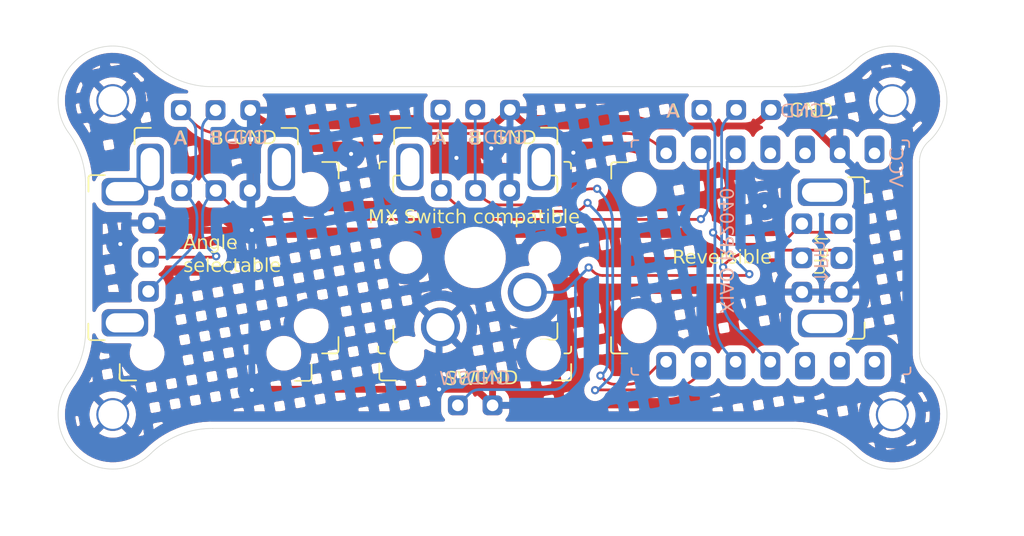
<source format=kicad_pcb>
(kicad_pcb (version 20240108) (generator "pcbnew") (generator_version "8.0")
  (layers (0 "F.Cu" signal) (31 "B.Cu" signal) (34 "B.Paste" user) (35 "F.Paste" user) (36 "B.SilkS" user "B.Silkscreen") (37 "F.SilkS" user "F.Silkscreen") (38 "B.Mask" user) (39 "F.Mask" user) (44 "Edge.Cuts" user))
  (net 0 "")
  (net 1 "gnd")
  (net 2 "sw")
  (net 4 "r3a")
  (net 6 "r3b")
  (net 7 "r1b")
  (net 8 "r4a")
  (net 10 "r4b")
  (net 11 "r1a")
  (net 15 "q")
  (footprint "kbd_th:Hole_1x03" (layer "F.Cu") (at 47.47 39.22 90)
    (property "Reference" "REF**" (hide yes))
    (property "Value" "Hole_1x03" (hide yes))
    (pad "1" thru_hole roundrect (at 0 0 90) (size 1.45 1.45) (drill 0.85) (layers "*.Cu" "*.Mask") (net 11 "r1a"))
    (pad "2" thru_hole roundrect (at 0 2.54 90) (size 1.45 1.45) (drill 0.85) (layers "*.Cu" "*.Mask") (net 7 "r1b"))
    (pad "3" thru_hole roundrect (at 0 5.08 90) (size 1.45 1.45) (drill 0.85) (layers "*.Cu" "*.Mask") (net 1 "gnd"))
  )
  (footprint "clipboard:fdfcdef7-f158-4510-8170-7b5b668260dd" (layer "F.Cu") (at 59 55.81 90)
    (property "Reference" "" (at 0 0 90) (layer "F.SilkS") (effects (font (size 1.27 1.27))))
    (property "Value" "")
    (fp_line (start -1.2 -0.2) (end -1.2 -1.2) (stroke (width 0.127)) (layer "F.SilkS"))
    (fp_line (start 0 0) (end -1 0) (stroke (width 0.127)) (layer "F.SilkS"))
    (fp_arc (start -1 0) (mid -1.141422 -0.058578) (end -1.2 -0.2) (stroke (width 0.127)) (layer "F.SilkS"))
  )
  (footprint "clipboard:fdfcdef7-f158-4510-8170-7b5b668260dd" (layer "F.Cu") (at 96.29325 44.12325 180)
    (property "Reference" "" (at 0 0 360) (layer "F.SilkS") (effects (font (size 1.27 1.27))))
    (property "Value" "")
    (fp_line (start 0 0) (end -1 0) (stroke (width 0.127)) (layer "F.SilkS"))
    (fp_line (start -1.2 -0.2) (end -1.2 -1.2) (stroke (width 0.127)) (layer "F.SilkS"))
    (fp_arc (start -1 0) (mid -1.141422 -0.058578) (end -1.2 -0.2) (stroke (width 0.127)) (layer "F.SilkS"))
  )
  (footprint "THQWGD001:THQWGD001_Reversible" (layer "F.Cu") (at 88 50 180)
    (property "Reference" "RE4" (hide yes))
    (property "Value" "Input_Rotary_Encoder" (hide yes))
    (fp_text user "↑Pin" (at -5.63 -2.0062 -90) (layer "B.SilkS") (effects (font (thickness 0.1)) (justify left bottom mirror)))
    (fp_text user "↓Pin" (at -5.63 1.9562 -90) (layer "F.SilkS") (effects (font (thickness 0.1)) (justify left bottom)))
    (pad "" np_thru_hole circle (at 7 -5 180) (size 2.05 2.05) (drill 2.05) (layers "F&B.Cu" "*.Mask"))
    (pad "" np_thru_hole circle (at 7 5 180) (size 2.05 2.05) (drill 2.05) (layers "F&B.Cu" "*.Mask"))
    (pad "A" thru_hole roundrect (at -7.8 2.475 270) (size 1.5 1.6) (drill 0.9) (layers "*.Cu" "F.Mask") (net 8 "r4a"))
    (pad "A" thru_hole roundrect (at -4.9 2.475 270) (size 1.5 1.5) (drill 0.9) (layers "*.Cu" "B.Mask") (net 8 "r4a"))
    (pad "B" thru_hole roundrect (at -7.8 -0.025 270) (size 1.6 1.6) (drill 0.9) (layers "*.Cu" "F.Mask") (net 10 "r4b"))
    (pad "B" thru_hole roundrect (at -4.9 -0.025 270) (size 1.5 1.5) (drill 0.9) (layers "*.Cu" "B.Mask") (net 10 "r4b"))
    (pad "C" thru_hole roundrect (at -7.8 -2.525 270) (size 1.5 1.6) (drill 0.9) (layers "*.Cu" "F.Mask") (net 1 "gnd"))
    (pad "C" thru_hole roundrect (at -4.9 -2.525 270) (size 1.5 1.5) (drill 0.9) (layers "*.Cu" "B.Mask") (net 1 "gnd"))
    (pad "MP" thru_hole roundrect (at -6.4 -4.825) (size 3.6 2) (drill oval 3 1.4) (layers "*.Cu" "*.Mask"))
    (pad "MP" thru_hole roundrect (at -6.4 4.775 180) (size 3.6 2) (drill oval 3 1.4) (layers "*.Cu" "*.Mask"))
  )
  (footprint "clipboard:fdfcdef7-f158-4510-8170-7b5b668260dd" (layer "F.Cu") (at 57.03 57.82 90)
    (property "Reference" "" (at 0 0 90) (layer "F.SilkS") (effects (font (size 1.27 1.27))))
    (property "Value" "")
    (fp_line (start -1.2 -0.2) (end -1.2 -1.2) (stroke (width 0.127)) (layer "F.SilkS"))
    (fp_line (start 0 0) (end -1 0) (stroke (width 0.127)) (layer "F.SilkS"))
    (fp_arc (start -1 0) (mid -1.141422 -0.058578) (end -1.2 -0.2) (stroke (width 0.127)) (layer "F.SilkS"))
  )
  (footprint "clipboard:0247dac8-60ed-4c0d-a7b4-59756d44354d" (layer "F.Cu") (at 75.95 43.06 -90)
    (property "Reference" "" (at 0 0 90) (layer "F.SilkS") (effects (font (size 1.27 1.27))))
    (property "Value" "")
    (fp_line (start -0.061378 0.141422) (end -0.061378 0.438622) (stroke (width 0.127)) (layer "F.SilkS"))
    (fp_line (start 0.141422 -0.058578) (end 0.438622 -0.058578) (stroke (width 0.127)) (layer "F.SilkS"))
    (fp_arc (start -0.058578 0.141422) (mid 0 0) (end 0.141422 -0.058578) (stroke (width 0.127)) (layer "F.SilkS"))
  )
  (footprint "clipboard:fdfcdef7-f158-4510-8170-7b5b668260dd" (layer "F.Cu") (at 44.08 41.71 -90)
    (property "Reference" "" (at 0 0 90) (layer "F.SilkS") (effects (font (size 1.27 1.27))))
    (property "Value" "")
    (fp_line (start 0 0) (end -1 0) (stroke (width 0.127)) (layer "F.SilkS"))
    (fp_line (start -1.2 -0.2) (end -1.2 -1.2) (stroke (width 0.127)) (layer "F.SilkS"))
    (fp_arc (start -1 0) (mid -1.141422 -0.058578) (end -1.2 -0.2) (stroke (width 0.127)) (layer "F.SilkS"))
  )
  (footprint "clipboard:fdfcdef7-f158-4510-8170-7b5b668260dd" (layer "F.Cu") (at 54.83 40.52 180)
    (property "Reference" "" (at 0 0 360) (layer "F.SilkS") (effects (font (size 1.27 1.27))))
    (property "Value" "")
    (fp_line (start 0 0) (end -1 0) (stroke (width 0.127)) (layer "F.SilkS"))
    (fp_line (start -1.2 -0.2) (end -1.2 -1.2) (stroke (width 0.127)) (layer "F.SilkS"))
    (fp_arc (start -1 0) (mid -1.141422 -0.058578) (end -1.2 -0.2) (stroke (width 0.127)) (layer "F.SilkS"))
  )
  (footprint "kbd_th:Hole_2mm_M2_PTH" (layer "F.Cu") (at 99.51 61.5)
    (property "Reference" "REF**" (hide yes))
    (property "Value" "Hole_2mm_M2_PTH")
    (pad "1" thru_hole circle (at 0 0) (size 2.4 2.4) (drill 2.1) (layers "*.Cu" "*.Mask") (net 1 "gnd"))
  )
  (footprint "clipboard:fdfcdef7-f158-4510-8170-7b5b668260dd" (layer "F.Cu") (at 80.13675 57.01675)
    (property "Reference" "" (at 0 0 0) (layer "F.SilkS") (effects (font (size 1.27 1.27))))
    (property "Value" "")
    (fp_line (start -1.2 -0.2) (end -1.2 -1.2) (stroke (width 0.127)) (layer "F.SilkS"))
    (fp_line (start 0 0) (end -1 0) (stroke (width 0.127)) (layer "F.SilkS"))
    (fp_arc (start -1 0) (mid -1.141422 -0.058578) (end -1.2 -0.2) (stroke (width 0.127)) (layer "F.SilkS"))
  )
  (footprint "clipboard:0247dac8-60ed-4c0d-a7b4-59756d44354d" (layer "F.Cu") (at 61.97 56.95 90)
    (property "Reference" "" (at 0 0 90) (layer "F.SilkS") (effects (font (size 1.27 1.27))))
    (property "Value" "")
    (fp_line (start 0.141422 -0.058578) (end 0.438622 -0.058578) (stroke (width 0.127)) (layer "F.SilkS"))
    (fp_line (start -0.061378 0.141422) (end -0.061378 0.438622) (stroke (width 0.127)) (layer "F.SilkS"))
    (fp_arc (start -0.058578 0.141422) (mid 0 0) (end 0.141422 -0.058578) (stroke (width 0.127)) (layer "F.SilkS"))
  )
  (footprint "clipboard:fdfcdef7-f158-4510-8170-7b5b668260dd" (layer "F.Cu") (at 73.81325 40.50325 180)
    (property "Reference" "" (at 0 0 360) (layer "F.SilkS") (effects (font (size 1.27 1.27))))
    (property "Value" "")
    (fp_line (start 0 0) (end -1 0) (stroke (width 0.127)) (layer "F.SilkS"))
    (fp_line (start -1.2 -0.2) (end -1.2 -1.2) (stroke (width 0.127)) (layer "F.SilkS"))
    (fp_arc (start -1 0) (mid -1.141422 -0.058578) (end -1.2 -0.2) (stroke (width 0.127)) (layer "F.SilkS"))
  )
  (footprint "clipboard:fdfcdef7-f158-4510-8170-7b5b668260dd" (layer "F.Cu") (at 57.81 43.01 180)
    (property "Reference" "" (at 0 0 360) (layer "F.SilkS") (effects (font (size 1.27 1.27))))
    (property "Value" "")
    (fp_line (start 0 0) (end -1 0) (stroke (width 0.127)) (layer "F.SilkS"))
    (fp_line (start -1.2 -0.2) (end -1.2 -1.2) (stroke (width 0.127)) (layer "F.SilkS"))
    (fp_arc (start -1 0) (mid -1.141422 -0.058578) (end -1.2 -0.2) (stroke (width 0.127)) (layer "F.SilkS"))
  )
  (footprint "kbd_th:Hole_1x03" (layer "F.Cu") (at 66.46 39.19 90)
    (property "Reference" "REF**" (hide yes))
    (property "Value" "Hole_1x03" (hide yes))
    (pad "1" thru_hole roundrect (at 0 0 90) (size 1.45 1.45) (drill 0.85) (layers "*.Cu" "*.Mask") (net 4 "r3a"))
    (pad "2" thru_hole roundrect (at 0 2.54 90) (size 1.45 1.45) (drill 0.85) (layers "*.Cu" "*.Mask") (net 6 "r3b"))
    (pad "3" thru_hole roundrect (at 0 5.08 90) (size 1.45 1.45) (drill 0.85) (layers "*.Cu" "*.Mask") (net 1 "gnd"))
  )
  (footprint "kbd_th:Hole_2mm_M2_PTH" (layer "F.Cu") (at 99.51 38.52)
    (property "Reference" "REF**" (hide yes))
    (property "Value" "Hole_2mm_M2_PTH")
    (pad "1" thru_hole circle (at 0 0) (size 2.4 2.4) (drill 2.1) (layers "*.Cu" "*.Mask") (net 1 "gnd"))
  )
  (footprint "THQWGD001:THQWGD001" (layer "F.Cu") (at 50 50 -90)
    (property "Reference" "RE2" (hide yes))
    (property "Value" "Input_Rotary_Encoder" (hide yes))
    (pad "" np_thru_hole circle (at 7 -5 270) (size 2.05 2.05) (drill 2.05) (layers "F&B.Cu" "*.Mask"))
    (pad "" np_thru_hole circle (at 7 5 270) (size 2.05 2.05) (drill 2.05) (layers "F&B.Cu" "*.Mask"))
    (pad "A" thru_hole roundrect (at -4.9 2.475) (size 1.5 1.5) (drill 0.9) (layers "*.Cu" "B.Mask") (net 11 "r1a"))
    (pad "B" thru_hole roundrect (at -4.9 -0.025) (size 1.5 1.5) (drill 0.9) (layers "*.Cu" "B.Mask") (net 7 "r1b"))
    (pad "C" thru_hole roundrect (at -4.9 -2.525) (size 1.5 1.5) (drill 0.9) (layers "*.Cu" "B.Mask") (net 1 "gnd"))
    (pad "MP" thru_hole roundrect (at -6.625 -4.825 90) (size 3.4 2) (drill oval 2.8 1.4) (layers "*.Cu" "B.Mask"))
    (pad "MP" thru_hole roundrect (at -6.625 4.775 270) (size 3.4 2) (drill oval 2.8 1.4) (layers "*.Cu" "B.Mask") (net 15 "q"))
  )
  (footprint "clipboard:0247dac8-60ed-4c0d-a7b4-59756d44354d" (layer "F.Cu") (at 62.06 43.05)
    (property "Reference" "" (at 0 0 360) (layer "F.SilkS") (effects (font (size 1.27 1.27))))
    (property "Value" "")
    (fp_line (start -0.061378 0.141422) (end -0.061378 0.438622) (stroke (width 0.127)) (layer "F.SilkS"))
    (fp_line (start 0.141422 -0.058578) (end 0.438622 -0.058578) (stroke (width 0.127)) (layer "F.SilkS"))
    (fp_arc (start -0.058578 0.141422) (mid 0 0) (end 0.141422 -0.058578) (stroke (width 0.127)) (layer "F.SilkS"))
  )
  (footprint "kbd_th:Hole_2mm_M2_PTH" (layer "F.Cu") (at 42.4871 38.5173)
    (property "Reference" "REF**" (hide yes))
    (property "Value" "Hole_2mm_M2_PTH")
    (pad "1" thru_hole circle (at 0 0) (size 2.4 2.4) (drill 2.1) (layers "*.Cu" "*.Mask") (net 1 "gnd"))
  )
  (footprint "THQWGD001:THQWGD001" (layer "F.Cu") (at 50 50)
    (property "Reference" "RE1" (hide yes))
    (property "Value" "Input_Rotary_Encoder" (hide yes))
    (pad "" np_thru_hole circle (at 7 -5) (size 2.05 2.05) (drill 2.05) (layers "F&B.Cu" "*.Mask"))
    (pad "" np_thru_hole circle (at 7 5) (size 2.05 2.05) (drill 2.05) (layers "F&B.Cu" "*.Mask"))
    (pad "A" thru_hole roundrect (at -4.9 2.475 90) (size 1.5 1.5) (drill 0.9) (layers "*.Cu" "B.Mask") (net 11 "r1a"))
    (pad "B" thru_hole roundrect (at -4.9 -0.025 90) (size 1.5 1.5) (drill 0.9) (layers "*.Cu" "B.Mask") (net 7 "r1b"))
    (pad "C" thru_hole roundrect (at -4.9 -2.525 90) (size 1.5 1.5) (drill 0.9) (layers "*.Cu" "B.Mask") (net 1 "gnd"))
    (pad "MP" thru_hole roundrect (at -6.625 -4.825 180) (size 3.4 2) (drill oval 2.8 1.4) (layers "*.Cu" "B.Mask") (net 15 "q"))
    (pad "MP" thru_hole roundrect (at -6.625 4.775) (size 3.4 2) (drill oval 2.8 1.4) (layers "*.Cu" "B.Mask"))
  )
  (footprint "kbd_th:Hole_2mm_M2_PTH" (layer "F.Cu") (at 42.487095 61.482673)
    (property "Reference" "REF**" (hide yes))
    (property "Value" "Hole_2mm_M2_PTH")
    (pad "1" thru_hole circle (at 0 0) (size 2.4 2.4) (drill 2.1) (layers "*.Cu" "*.Mask") (net 1 "gnd"))
  )
  (footprint "clipboard:fdfcdef7-f158-4510-8170-7b5b668260dd" (layer "F.Cu") (at 76.02 57.79 90)
    (property "Reference" "" (at 0 0 90) (layer "F.SilkS") (effects (font (size 1.27 1.27))))
    (property "Value" "")
    (fp_line (start -1.2 -0.2) (end -1.2 -1.2) (stroke (width 0.127)) (layer "F.SilkS"))
    (fp_line (start 0 0) (end -1 0) (stroke (width 0.127)) (layer "F.SilkS"))
    (fp_arc (start -1 0) (mid -1.141422 -0.058578) (end -1.2 -0.2) (stroke (width 0.127)) (layer "F.SilkS"))
  )
  (footprint "clipboard:fdfcdef7-f158-4510-8170-7b5b668260dd" (layer "F.Cu") (at 41.9 56.04)
    (property "Reference" "" (at 0 0 0) (layer "F.SilkS") (effects (font (size 1.27 1.27))))
    (property "Value" "")
    (fp_line (start -1.2 -0.2) (end -1.2 -1.2) (stroke (width 0.127)) (layer "F.SilkS"))
    (fp_line (start 0 0) (end -1 0) (stroke (width 0.127)) (layer "F.SilkS"))
    (fp_arc (start -1 0) (mid -1.141422 -0.058578) (end -1.2 -0.2) (stroke (width 0.127)) (layer "F.SilkS"))
  )
  (footprint "clipboard:0247dac8-60ed-4c0d-a7b4-59756d44354d" (layer "F.Cu") (at 43.04 58.95 90)
    (property "Reference" "" (at 0 0 90) (layer "F.SilkS") (effects (font (size 1.27 1.27))))
    (property "Value" "")
    (fp_line (start 0.141422 -0.058578) (end 0.438622 -0.058578) (stroke (width 0.127)) (layer "F.SilkS"))
    (fp_line (start -0.061378 0.141422) (end -0.061378 0.438622) (stroke (width 0.127)) (layer "F.SilkS"))
    (fp_arc (start -0.058578 0.141422) (mid 0 0) (end 0.141422 -0.058578) (stroke (width 0.127)) (layer "F.SilkS"))
  )
  (footprint "clipboard:fdfcdef7-f158-4510-8170-7b5b668260dd" (layer "F.Cu") (at 44.2 58.99)
    (property "Reference" "" (at 0 0 0) (layer "F.SilkS") (effects (font (size 1.27 1.27))))
    (property "Value" "")
    (fp_line (start -1.2 -0.2) (end -1.2 -1.2) (stroke (width 0.127)) (layer "F.SilkS"))
    (fp_line (start 0 0) (end -1 0) (stroke (width 0.127)) (layer "F.SilkS"))
    (fp_arc (start -1 0) (mid -1.141422 -0.058578) (end -1.2 -0.2) (stroke (width 0.127)) (layer "F.SilkS"))
  )
  (footprint "clipboard:fdfcdef7-f158-4510-8170-7b5b668260dd" (layer "F.Cu") (at 63.07 41.71 -90)
    (property "Reference" "" (at 0 0 90) (layer "F.SilkS") (effects (font (size 1.27 1.27))))
    (property "Value" "")
    (fp_line (start 0 0) (end -1 0) (stroke (width 0.127)) (layer "F.SilkS"))
    (fp_line (start -1.2 -0.2) (end -1.2 -1.2) (stroke (width 0.127)) (layer "F.SilkS"))
    (fp_arc (start -1 0) (mid -1.141422 -0.058578) (end -1.2 -0.2) (stroke (width 0.127)) (layer "F.SilkS"))
  )
  (footprint "clipboard:fdfcdef7-f158-4510-8170-7b5b668260dd" (layer "F.Cu") (at 78.95325 44.22675 -90)
    (property "Reference" "" (at 0 0 90) (layer "F.SilkS") (effects (font (size 1.27 1.27))))
    (property "Value" "")
    (fp_line (start 0 0) (end -1 0) (stroke (width 0.127)) (layer "F.SilkS"))
    (fp_line (start -1.2 -0.2) (end -1.2 -1.2) (stroke (width 0.127)) (layer "F.SilkS"))
    (fp_arc (start -1 0) (mid -1.141422 -0.058578) (end -1.2 -0.2) (stroke (width 0.127)) (layer "F.SilkS"))
  )
  (footprint "clipboard:0247dac8-60ed-4c0d-a7b4-59756d44354d" (layer "F.Cu") (at 75.96 56.95 180)
    (property "Reference" "" (at 0 0 360) (layer "F.SilkS") (effects (font (size 1.27 1.27))))
    (property "Value" "")
    (fp_line (start 0.141422 -0.058578) (end 0.438622 -0.058578) (stroke (width 0.127)) (layer "F.SilkS"))
    (fp_line (start -0.061378 0.141422) (end -0.061378 0.438622) (stroke (width 0.127)) (layer "F.SilkS"))
    (fp_arc (start -0.058578 0.141422) (mid 0 0) (end 0.141422 -0.058578) (stroke (width 0.127)) (layer "F.SilkS"))
  )
  (footprint "kbd_th:Hole_1x03" (layer "F.Cu") (at 85.55 39.2 90)
    (property "Reference" "REF**" (hide yes))
    (property "Value" "Hole_1x03" (hide yes))
    (pad "1" thru_hole roundrect (at 0 0 90) (size 1.45 1.45) (drill 0.85) (layers "*.Cu" "*.Mask") (net 8 "r4a"))
    (pad "2" thru_hole roundrect (at 0 2.54 90) (size 1.45 1.45) (drill 0.85) (layers "*.Cu" "*.Mask") (net 10 "r4b"))
    (pad "3" thru_hole roundrect (at 0 5.08 90) (size 1.45 1.45) (drill 0.85) (layers "*.Cu" "*.Mask") (net 1 "gnd"))
  )
  (footprint "clipboard:fdfcdef7-f158-4510-8170-7b5b668260dd" (layer "F.Cu") (at 97.48 54.74 90)
    (property "Reference" "" (at 0 0 90) (layer "F.SilkS") (effects (font (size 1.27 1.27))))
    (property "Value" "")
    (fp_line (start -1.2 -0.2) (end -1.2 -1.2) (stroke (width 0.127)) (layer "F.SilkS"))
    (fp_line (start 0 0) (end -1 0) (stroke (width 0.127)) (layer "F.SilkS"))
    (fp_arc (start -1 0) (mid -1.141422 -0.058578) (end -1.2 -0.2) (stroke (width 0.127)) (layer "F.SilkS"))
  )
  (footprint "clipboard:fdfcdef7-f158-4510-8170-7b5b668260dd" (layer "F.Cu") (at 40.71 45.17 -90)
    (property "Reference" "" (at 0 0 90) (layer "F.SilkS") (effects (font (size 1.27 1.27))))
    (property "Value" "")
    (fp_line (start 0 0) (end -1 0) (stroke (width 0.127)) (layer "F.SilkS"))
    (fp_line (start -1.2 -0.2) (end -1.2 -1.2) (stroke (width 0.127)) (layer "F.SilkS"))
    (fp_arc (start -1 0) (mid -1.141422 -0.058578) (end -1.2 -0.2) (stroke (width 0.127)) (layer "F.SilkS"))
  )
  (footprint "THQWGD001:THQWGD001" (layer "F.Cu") (at 69 50 -90)
    (property "Reference" "RE3" (hide yes))
    (property "Value" "Input_Rotary_Encoder" (hide yes))
    (pad "" np_thru_hole circle (at 7 -5 270) (size 2.05 2.05) (drill 2.05) (layers "F&B.Cu" "*.Mask"))
    (pad "" np_thru_hole circle (at 7 5 270) (size 2.05 2.05) (drill 2.05) (layers "F&B.Cu" "*.Mask"))
    (pad "A" thru_hole roundrect (at -4.9 2.475) (size 1.5 1.5) (drill 0.9) (layers "*.Cu" "B.Mask") (net 4 "r3a"))
    (pad "B" thru_hole roundrect (at -4.9 -0.025) (size 1.5 1.5) (drill 0.9) (layers "*.Cu" "B.Mask") (net 6 "r3b"))
    (pad "C" thru_hole roundrect (at -4.9 -2.525) (size 1.5 1.5) (drill 0.9) (layers "*.Cu" "B.Mask") (net 1 "gnd"))
    (pad "MP" thru_hole roundrect (at -6.625 -4.825 90) (size 3.4 2) (drill oval 2.8 1.4) (layers "*.Cu" "B.Mask"))
    (pad "MP" thru_hole roundrect (at -6.625 4.775 270) (size 3.4 2) (drill oval 2.8 1.4) (layers "*.Cu" "B.Mask"))
  )
  (footprint "kbd_th:Switch_Cherry_MX_2mmhole" (layer "F.Cu") (at 69 50 180)
    (property "Reference" "SW1")
    (property "Value" "Switch_Push")
    (fp_line (start 5.99111 4.802809) (end 5.99111 5.802809) (stroke (width 0.127)) (layer "F.SilkS"))
    (fp_line (start 5.988161 -6.001001) (end 5.988161 -5.001001) (stroke (width 0.127)) (layer "F.SilkS"))
    (fp_line (start 5.79111 6.002809) (end 4.79111 6.002809) (stroke (width 0.127)) (layer "F.SilkS"))
    (fp_line (start 4.788161 -6.201001) (end 5.788161 -6.201001) (stroke (width 0.127)) (layer "F.SilkS"))
    (fp_line (start -4.808578 6) (end -5.808578 6) (stroke (width 0.127)) (layer "F.SilkS"))
    (fp_line (start -5.81399 -6.003181) (end -4.81399 -6.003181) (stroke (width 0.127)) (layer "F.SilkS"))
    (fp_line (start -6.008578 5.8) (end -6.008578 4.8) (stroke (width 0.127)) (layer "F.SilkS"))
    (fp_line (start -6.01399 -4.803181) (end -6.01399 -5.803181) (stroke (width 0.127)) (layer "F.SilkS"))
    (fp_arc (start 5.99111 5.802809) (mid 5.932529 5.944228) (end 5.79111 6.002809) (stroke (width 0.127)) (layer "F.SilkS"))
    (fp_arc (start 5.788188 -6.201003) (mid 5.929554 -6.142393) (end 5.988188 -6.001003) (stroke (width 0.127)) (layer "F.SilkS"))
    (fp_arc (start -5.808578 6) (mid -5.95 5.941422) (end -6.008578 5.8) (stroke (width 0.127)) (layer "F.SilkS"))
    (fp_arc (start -6.01399 -5.803181) (mid -5.955412 -5.944603) (end -5.81399 -6.003181) (stroke (width 0.127)) (layer "F.SilkS"))
    (pad "" np_thru_hole circle (at -5.08 0 270) (size 1.9 1.9) (drill 1.9) (layers "*.Cu" "*.Mask"))
    (pad "" np_thru_hole circle (at 0 0 180) (size 3.9878 3.9878) (drill 3.9878) (layers "*.Cu" "*.Mask"))
    (pad "" np_thru_hole circle (at 5.08 0 270) (size 1.9 1.9) (drill 1.9) (layers "*.Cu" "*.Mask"))
    (pad "1" thru_hole circle (at -3.81 -2.54 180) (size 2.85 2.85) (drill 2.05) (layers "*.Cu" "*.Mask") (net 2 "sw"))
    (pad "2" thru_hole circle (at 2.54 -5.08 180) (size 2.85 2.85) (drill 2.05) (layers "*.Cu" "*.Mask") (net 1 "gnd"))
  )
  (footprint "clipboard:fdfcdef7-f158-4510-8170-7b5b668260dd" (layer "F.Cu") (at 63.19 58.99)
    (property "Reference" "" (at 0 0 0) (layer "F.SilkS") (effects (font (size 1.27 1.27))))
    (property "Value" "")
    (fp_line (start -1.2 -0.2) (end -1.2 -1.2) (stroke (width 0.127)) (layer "F.SilkS"))
    (fp_line (start 0 0) (end -1 0) (stroke (width 0.127)) (layer "F.SilkS"))
    (fp_arc (start -1 0) (mid -1.141422 -0.058578) (end -1.2 -0.2) (stroke (width 0.127)) (layer "F.SilkS"))
  )
  (footprint "kbd_th:Hole_1x02" (layer "F.Cu") (at 67.73 60.81 90)
    (property "Reference" "REF**" (hide yes))
    (property "Value" "Hole_2" (hide yes))
    (pad "1" thru_hole roundrect (at 0 0 90) (size 1.45 1.45) (drill 0.85) (layers "*.Cu" "*.Mask") (net 2 "sw"))
    (pad "2" thru_hole roundrect (at 0 2.54 90) (size 1.45 1.45) (drill 0.85) (layers "*.Cu" "*.Mask") (net 1 "gnd"))
  )
  (footprint "kbd_th:MCU_XIAO_RP2040" (layer "B.Cu") (at 90.589 50 90)
    (property "Reference" "M1" (hide yes))
    (property "Value" "MCU_XIAO-RP2040" (hide yes))
    (fp_line (start -8.0772 -10.16) (end -8.3744 -10.16) (stroke (width 0.127)) (layer "B.SilkS"))
    (fp_line (start 8.0852 -10.1492) (end 8.3824 -10.1492) (stroke (width 0.127)) (layer "B.SilkS"))
    (fp_line (start -8.5744 -9.66) (end -8.5744 -9.9572) (stroke (width 0.127)) (layer "B.SilkS"))
    (fp_line (start 8.5852 -9.652) (end 8.5852 -9.9492) (stroke (width 0.127)) (layer "B.SilkS"))
    (fp_line (start 8.5744 9.66) (end 8.5744 9.9572) (stroke (width 0.127)) (layer "B.SilkS"))
    (fp_line (start -8.5344 9.7536) (end -8.5344 10.0508) (stroke (width 0.127)) (layer "B.SilkS"))
    (fp_line (start 8.0772 10.16) (end 8.3744 10.16) (stroke (width 0.127)) (layer "B.SilkS"))
    (fp_line (start -8.0344 10.2508) (end -8.3316 10.2508) (stroke (width 0.127)) (layer "B.SilkS"))
    (fp_arc (start 8.3824 -10.1492) (mid 8.523821 -10.090621) (end 8.5824 -9.9492) (stroke (width 0.127)) (layer "B.SilkS"))
    (fp_arc (start -8.5744 -9.9572) (mid -8.515822 -10.098622) (end -8.3744 -10.1572) (stroke (width 0.127)) (layer "B.SilkS"))
    (fp_arc (start 8.5744 9.9572) (mid 8.515821 10.098621) (end 8.3744 10.1572) (stroke (width 0.127)) (layer "B.SilkS"))
    (fp_arc (start -8.3316 10.2508) (mid -8.473022 10.192222) (end -8.5316 10.0508) (stroke (width 0.127)) (layer "B.SilkS"))
    (fp_text user "XIAO RP2040" (at -4.1148 -3.8608 -90) (layer "B.SilkS") (effects (font (thickness 0.125)) (justify left bottom mirror)))
    (fp_text user "VCC" (at 5.1308 8.5344 -90) (layer "B.SilkS") (effects (justify left bottom mirror)))
    (pad "1" thru_hole roundrect (at -7.62 7.62 90) (size 2 1.45) (drill 0.85 (offset -0.3 0)) (layers "*.Cu" "F.Mask"))
    (pad "2" thru_hole roundrect (at -7.62 5.08 90) (size 2 1.45) (drill 0.85 (offset -0.3 0)) (layers "*.Cu" "F.Mask"))
    (pad "3" thru_hole roundrect (at -7.62 2.54 90) (size 2 1.45) (drill 0.85 (offset -0.3 0)) (layers "*.Cu" "F.Mask"))
    (pad "4" thru_hole roundrect (at -7.62 0 90) (size 2 1.45) (drill 0.85 (offset -0.3 0)) (layers "*.Cu" "F.Mask") (net 10 "r4b"))
    (pad "5" thru_hole roundrect (at -7.62 -2.54 90) (size 2 1.45) (drill 0.85 (offset -0.3 0)) (layers "*.Cu" "F.Mask") (net 8 "r4a"))
    (pad "6" thru_hole roundrect (at -7.62 -5.08 90) (size 2 1.45) (drill 0.85 (offset -0.3 0)) (layers "*.Cu" "F.Mask") (net 6 "r3b"))
    (pad "7" thru_hole roundrect (at -7.62 -7.62 90) (size 2 1.45) (drill 0.85 (offset -0.3 0)) (layers "*.Cu" "F.Mask") (net 4 "r3a"))
    (pad "8" thru_hole roundrect (at 7.62 -7.62 270) (size 2 1.45) (drill 0.85 (offset -0.3 0)) (layers "*.Cu" "F.Mask") (net 11 "r1a"))
    (pad "9" thru_hole roundrect (at 7.62 -5.08 270) (size 2 1.45) (drill 0.85 (offset -0.3 0)) (layers "*.Cu" "F.Mask") (net 7 "r1b"))
    (pad "10" thru_hole roundrect (at 7.62 -2.54 270) (size 2 1.45) (drill 0.85 (offset -0.3 0)) (layers "*.Cu" "F.Mask") (net 2 "sw"))
    (pad "11" thru_hole roundrect (at 7.62 0 270) (size 2 1.45) (drill 0.85 (offset -0.3 0)) (layers "*.Cu" "F.Mask"))
    (pad "12" thru_hole roundrect (at 7.62 2.54 270) (size 2 1.45) (drill 0.85 (offset -0.3 0)) (layers "*.Cu" "F.Mask"))
    (pad "13" thru_hole roundrect (at 7.62 5.08 270) (size 2 1.45) (drill 0.85 (offset -0.3 0)) (layers "*.Cu" "F.Mask") (net 1 "gnd"))
    (pad "14" thru_hole roundrect (at 7.62 7.62 270) (size 2 1.45) (drill 0.85 (offset -0.3 0)) (layers "*.Cu" "F.Mask"))
  )
  (gr_arc (start 92.2 62.5) (mid 94.635144 62.9636) (end 96.71 64.32) (stroke (width 0.05)) (layer "Edge.Cuts"))
  (gr_arc (start 39.23 40.83) (mid 40.181688 42.666342) (end 40.5 44.71) (stroke (width 0.05)) (layer "Edge.Cuts"))
  (gr_arc (start 40.5 55.29) (mid 40.181688 57.333658) (end 39.23 59.17) (stroke (width 0.05)) (layer "Edge.Cuts"))
  (gr_line (start 101.5 43) (end 101.5 57) (stroke (width 0.05)) (layer "Edge.Cuts"))
  (gr_line (start 92.2 37.5) (end 49.8 37.5) (stroke (width 0.05)) (layer "Edge.Cuts"))
  (gr_line (start 92.2 62.5) (end 49.8 62.5) (stroke (width 0.05)) (layer "Edge.Cuts"))
  (gr_arc (start 39.23 40.83) (mid 39.90012 35.478132) (end 45.29 35.68) (stroke (width 0.05)) (layer "Edge.Cuts"))
  (gr_arc (start 45.29 64.32) (mid 39.900175 64.521804) (end 39.23 59.17) (stroke (width 0.05)) (layer "Edge.Cuts"))
  (gr_arc (start 96.71 35.68) (mid 94.635144 37.0364) (end 92.2 37.5) (stroke (width 0.05)) (layer "Edge.Cuts"))
  (gr_arc (start 96.71 35.68) (mid 102.431366 35.793937) (end 102.16 41.51) (stroke (width 0.05)) (layer "Edge.Cuts"))
  (gr_line (start 40.5 55.29) (end 40.5 44.71) (stroke (width 0.05)) (layer "Edge.Cuts"))
  (gr_arc (start 45.29 64.32) (mid 47.364856 62.9636) (end 49.8 62.5) (stroke (width 0.05)) (layer "Edge.Cuts"))
  (gr_arc (start 101.5 43) (mid 101.672385 42.185184) (end 102.16 41.51) (stroke (width 0.05)) (layer "Edge.Cuts"))
  (gr_arc (start 49.8 37.5) (mid 47.364856 37.0364) (end 45.29 35.68) (stroke (width 0.05)) (layer "Edge.Cuts"))
  (gr_arc (start 102.16 58.49) (mid 102.431331 64.206029) (end 96.71 64.32) (stroke (width 0.05)) (layer "Edge.Cuts"))
  (gr_arc (start 102.16 58.49) (mid 101.672384 57.814816) (end 101.5 57) (stroke (width 0.05)) (layer "Edge.Cuts"))
  (gr_text "GND" (at 53.82 41.87 -0) (layer "B.SilkS") (effects (font (size 1 1)) (justify left bottom mirror)))
  (gr_text "A" (at 47.87 41.92 -0) (layer "B.SilkS") (effects (font (size 1 1)) (justify left bottom mirror)))
  (gr_text "GND" (at 72.82 41.87 -0) (layer "B.SilkS") (effects (font (size 1 1)) (justify left bottom mirror)))
  (gr_text "GND" (at 94.52 39.92 -0) (layer "B.SilkS") (effects (font (size 1 1)) (justify left bottom mirror)))
  (gr_text "SW" (at 68.64 59.49 -0) (layer "B.SilkS") (effects (font (size 1 1)) (justify left bottom mirror)))
  (gr_text "B" (at 50.47 41.87 -0) (layer "B.SilkS") (effects (font (size 1 1)) (justify left bottom mirror)))
  (gr_text "GND" (at 71.56 59.45 -0) (layer "B.SilkS") (effects (font (size 1 1)) (justify left bottom mirror)))
  (gr_text "A" (at 83.92 39.94 -0) (layer "B.SilkS") (effects (font (size 1 1)) (justify left bottom mirror)))
  (gr_text "B" (at 69.39 41.88 -0) (layer "B.SilkS") (effects (font (size 1 1)) (justify left bottom mirror)))
  (gr_text "A" (at 66.84 41.9 -0) (layer "B.SilkS") (effects (font (size 1 1)) (justify left bottom mirror)))
  (gr_text "A" (at 65.94 41.87 0) (layer "F.SilkS") (effects (font (size 1 1)) (justify left bottom)))
  (gr_text "A" (at 46.97 41.89 0) (layer "F.SilkS") (effects (font (size 1 1)) (justify left bottom)))
  (gr_text "Angle\nselectable" (at 47.65 51.22 0) (layer "F.SilkS") (effects (font (size 1 1)) (justify left bottom)))
  (gr_text "MX Switch compatible" (at 61.17 47.66 0) (layer "F.SilkS") (effects (font (size 1 1)) (justify left bottom)))
  (gr_text "Reversible" (at 83.42 50.61 0) (layer "F.SilkS") (effects (font (size 1 1)) (justify left bottom)))
  (gr_text "GND" (at 51.28 41.87 0) (layer "F.SilkS") (effects (font (size 1 1)) (justify left bottom)))
  (gr_text "GND" (at 70.28 41.87 0) (layer "F.SilkS") (effects (font (size 1 1)) (justify left bottom)))
  (gr_text "A" (at 83.02 39.91 0) (layer "F.SilkS") (effects (font (size 1 1)) (justify left bottom)))
  (gr_text "SW" (at 66.79 59.49 0) (layer "F.SilkS") (effects (font (size 1 1)) (justify left bottom)))
  (gr_text "GND" (at 68.94 59.44 0) (layer "F.SilkS") (effects (font (size 1 1)) (justify left bottom)))
  (gr_text "B" (at 49.65 41.9 0) (layer "F.SilkS") (effects (font (size 1 1)) (justify left bottom)))
  (gr_text "B" (at 68.57 41.91 0) (layer "F.SilkS") (effects (font (size 1 1)) (justify left bottom)))
  (gr_text "GND" (at 91.98 39.86 0) (layer "F.SilkS") (effects (font (size 1 1)) (justify left bottom)))
  (segment (start 90.031166 39.798834) (end 90.63 39.2) (width 0.5) (layer "F.Cu") (net 1))
  (segment (start 73.527342 40.375) (end 88.640178 40.375) (width 0.5) (layer "F.Cu") (net 1))
  (segment (start 71.54 39.19) (end 72.157658 39.807658) (width 0.5) (layer "F.Cu") (net 1))
  (segment (start 69.577577 60.117577) (end 70.27 60.81) (width 0.5) (layer "F.Cu") (net 1))
  (segment (start 71.54 39.19) (end 70.885065 39.844935) (width 0.5) (layer "F.Cu") (net 1))
  (segment (start 52.71 59.635) (end 68.412533 59.635) (width 0.5) (layer "F.Cu") (net 1))
  (segment (start 90.63 39.2) (end 91.617985 39.2) (width 0.5) (layer "F.Cu") (net 1))
  (segment (start 45.635 48.01) (end 45.1 47.475) (width 0.5) (layer "F.Cu") (net 1))
  (segment (start 52.66 47.99) (end 52.64 48.01) (width 0.5) (layer "F.Cu") (net 1))
  (segment (start 52.66 59.685) (end 52.71 59.635) (width 0.5) (layer "F.Cu") (net 1))
  (segment (start 92.9 52.525) (end 95.8 52.525) (width 0.5) (layer "F.Cu") (net 1))
  (segment (start 52.64 48.01) (end 45.635 48.01) (width 0.5) (layer "F.Cu") (net 1))
  (segment (start 52.829495 39.499495) (end 52.55 39.22) (width 0.5) (layer "F.Cu") (net 1))
  (segment (start 69.629517 40.365) (end 54.91901 40.365) (width 0.5) (layer "F.Cu") (net 1))
  (segment (start 93.1049 39.8159) (end 95.669 42.38) (width 0.5) (layer "F.Cu") (net 1))
  (via (at 70.17 42.01) (size 0.6) (drill 0.3) (layers "F.Cu" "B.Cu") (net 1))
  (via (at 52.66 47.99) (size 0.6) (drill 0.3) (layers "F.Cu" "B.Cu") (net 1))
  (via (at 67.63 42.71) (size 0.6) (drill 0.3) (layers "F.Cu" "B.Cu") (net 1))
  (via (at 76.18 42.33) (size 0.6) (drill 0.3) (layers "F.Cu" "B.Cu") (net 1))
  (via (at 59.92 42.42) (size 0.6) (drill 0.3) (layers "F.Cu" "B.Cu") (net 1))
  (via (at 52.66 59.685) (size 0.6) (drill 0.3) (layers "F.Cu" "B.Cu") (net 1))
  (via (at 90.18 46.24) (size 0.6) (drill 0.3) (layers "F.Cu" "B.Cu") (net 1))
  (via (at 43.04 49.01) (size 0.6) (drill 0.3) (layers "F.Cu" "B.Cu") (net 1))
  (via (at 66.36 59.635) (size 0.6) (drill 0.3) (layers "F.Cu" "B.Cu") (net 1))
  (arc (start 93.1049 39.8159) (mid 92.422698 39.360067) (end 91.617985 39.2) (width 0.5) (layer "F.Cu") (net 1))
  (arc (start 69.629517 40.365) (mid 70.309015 40.22984) (end 70.885065 39.844935) (width 0.5) (layer "F.Cu") (net 1))
  (arc (start 54.91901 40.365) (mid 53.788173 40.140062) (end 52.829495 39.499495) (width 0.5) (layer "F.Cu") (net 1))
  (arc (start 90.031166 39.798834) (mid 89.392975 40.225259) (end 88.640178 40.375) (width 0.5) (layer "F.Cu") (net 1))
  (arc (start 72.157658 39.807658) (mid 72.786074 40.227552) (end 73.527342 40.375) (width 0.5) (layer "F.Cu") (net 1))
  (arc (start 68.412533 59.635) (mid 69.04305 59.760418) (end 69.577577 60.117577) (width 0.5) (layer "F.Cu") (net 1))
  (segment (start 96.637186 51.687814) (end 95.8 52.525) (width 0.5) (layer "B.Cu") (net 1))
  (segment (start 52.66 47.99) (end 52.66 45.08) (width 0.5) (layer "B.Cu") (net 1))
  (segment (start 53.02 44.605) (end 52.525 45.1) (width 0.5) (layer "B.Cu") (net 1))
  (segment (start 71.54 39.19) (end 71.54 45.085) (width 0.5) (layer "B.Cu") (net 1))
  (segment (start 95.669 42.38) (end 96.532664 43.243664) (width 0.5) (layer "B.Cu") (net 1))
  (segment (start 53.02 39.69) (end 53.02 44.605) (width 0.5) (layer "B.Cu") (net 1))
  (segment (start 97.05 44.492623) (end 97.05 50.691192) (width 0.5) (layer "B.Cu") (net 1))
  (segment (start 52.55 39.22) (end 53.02 39.69) (width 0.5) (layer "B.Cu") (net 1))
  (segment (start 52.66 47.99) (end 52.66 59.685) (width 0.5) (layer "B.Cu") (net 1))
  (segment (start 71.54 45.085) (end 71.525 45.1) (width 0.5) (layer "B.Cu") (net 1))
  (segment (start 66.36 59.635) (end 66.335 59.66) (width 0.5) (layer "B.Cu") (net 1))
  (segment (start 66.36 55.18) (end 66.46 55.08) (width 0.5) (layer "B.Cu") (net 1))
  (segment (start 66.36 59.635) (end 66.36 55.18) (width 0.5) (layer "B.Cu") (net 1))
  (arc (start 96.637186 51.687814) (mid 96.942713 51.23056) (end 97.05 50.691192) (width 0.5) (layer "B.Cu") (net 1))
  (arc (start 96.532664 43.243664) (mid 96.915549 43.816691) (end 97.05 44.492623) (width 0.5) (layer "B.Cu") (net 1))
  (segment (start 77.34 50.73) (end 77.3 50.73) (width 0.2) (layer "F.Cu") (net 2))
  (segment (start 77.3 50.69) (end 77.34 50.73) (width 0.2) (layer "F.Cu") (net 2))
  (segment (start 77.627107 51.017107) (end 77.34 50.73) (width 0.2) (layer "F.Cu") (net 2))
  (segment (start 77.3 50.73) (end 77.3 50.69) (width 0.2) (layer "F.Cu") (net 2))
  (segment (start 88.95 51.31) (end 78.334214 51.31) (width 0.2) (layer "F.Cu") (net 2))
  (segment (start 89.05 51.21) (end 88.95 51.31) (width 0.2) (layer "F.Cu") (net 2))
  (via (at 89.05 51.21) (size 0.6) (drill 0.3) (layers "F.Cu" "B.Cu") (net 2))
  (via (at 77.3 50.73) (size 0.6) (drill 0.3) (layers "F.Cu" "B.Cu") (net 2))
  (arc (start 77.627107 51.017107) (mid 77.95153 51.23388) (end 78.334214 51.31) (width 0.2) (layer "F.Cu") (net 2))
  (segment (start 89.05 51.21) (end 87.43 49.59) (width 0.2) (layer "B.Cu") (net 2))
  (segment (start 67.73 60.81) (end 68.587107 59.952893) (width 0.2) (layer "B.Cu") (net 2))
  (segment (start 77.005 51.025) (end 77.3 50.73) (width 0.2) (layer "B.Cu") (net 2))
  (segment (start 75.782893 52.247107) (end 77.005 51.025) (width 0.2) (layer "B.Cu") (net 2))
  (segment (start 72.81 52.54) (end 75.075786 52.54) (width 0.2) (layer "B.Cu") (net 2))
  (segment (start 76.335 51.695) (end 77.005 51.025) (width 0.2) (layer "B.Cu") (net 2))
  (segment (start 87.43 42.999) (end 88.049 42.38) (width 0.2) (layer "B.Cu") (net 2))
  (segment (start 76.335 52.54) (end 76.335 51.695) (width 0.2) (layer "B.Cu") (net 2))
  (segment (start 76.335 58.050786) (end 76.335 52.54) (width 0.2) (layer "B.Cu") (net 2))
  (segment (start 75.432893 59.367107) (end 76.042107 58.757893) (width 0.2) (layer "B.Cu") (net 2))
  (segment (start 87.43 49.59) (end 87.43 42.999) (width 0.2) (layer "B.Cu") (net 2))
  (segment (start 69.294214 59.66) (end 74.725786 59.66) (width 0.2) (layer "B.Cu") (net 2))
  (arc (start 74.725786 59.66) (mid 75.108469 59.58388) (end 75.432893 59.367107) (width 0.2) (layer "B.Cu") (net 2))
  (arc (start 69.294214 59.66) (mid 68.911531 59.73612) (end 68.587107 59.952893) (width 0.2) (layer "B.Cu") (net 2))
  (arc (start 76.335 58.050786) (mid 76.25888 58.433469) (end 76.042107 58.757893) (width 0.2) (layer "B.Cu") (net 2))
  (arc (start 75.782893 52.247107) (mid 75.45847 52.46388) (end 75.075786 52.54) (width 0.2) (layer "B.Cu") (net 2))
  (segment (start 67.215728 45.790728) (end 66.525 45.1) (width 0.2) (layer "F.Cu") (net 4))
  (segment (start 76.185786 46.62) (end 69.217769 46.62) (width 0.2) (layer "F.Cu") (net 4))
  (segment (start 78.16 58.64) (end 78.497107 58.977107) (width 0.2) (layer "F.Cu") (net 4))
  (segment (start 82.62 57.62) (end 82.969 57.62) (width 0.2) (layer "F.Cu") (net 4))
  (segment (start 77.22 46) (end 76.892893 46.327107) (width 0.2) (layer "F.Cu") (net 4))
  (segment (start 81.581099 58.658901) (end 82.62 57.62) (width 0.2) (layer "F.Cu") (net 4))
  (segment (start 79.204214 59.27) (end 80.105776 59.27) (width 0.2) (layer "F.Cu") (net 4))
  (via (at 77.22 46) (size 0.6) (drill 0.3) (layers "F.Cu" "B.Cu") (net 4))
  (via (at 78.16 58.64) (size 0.6) (drill 0.3) (layers "F.Cu" "B.Cu") (net 4))
  (arc (start 76.892893 46.327107) (mid 76.56847 46.54388) (end 76.185786 46.62) (width 0.2) (layer "F.Cu") (net 4))
  (arc (start 79.204214 59.27) (mid 78.821531 59.19388) (end 78.497107 58.977107) (width 0.2) (layer "F.Cu") (net 4))
  (arc (start 69.217769 46.62) (mid 68.134272 46.404479) (end 67.215728 45.790728) (width 0.2) (layer "F.Cu") (net 4))
  (arc (start 80.105776 59.27) (mid 80.904215 59.111181) (end 81.581099 58.658901) (width 0.2) (layer "F.Cu") (net 4))
  (segment (start 78.66 48.648855) (end 78.66 57.755786) (width 0.2) (layer "B.Cu") (net 4))
  (segment (start 78.16 58.64) (end 78.16 58.67) (width 0.2) (layer "B.Cu") (net 4))
  (segment (start 66.46 39.19) (end 66.46 45.035) (width 0.2) (layer "B.Cu") (net 4))
  (segment (start 78.19 58.64) (end 78.16 58.64) (width 0.2) (layer "B.Cu") (net 4))
  (segment (start 77.22 46) (end 77.805211 46.585211) (width 0.2) (layer "B.Cu") (net 4))
  (segment (start 66.46 45.035) (end 66.525 45.1) (width 0.2) (layer "B.Cu") (net 4))
  (segment (start 78.367107 58.462893) (end 78.19 58.64) (width 0.2) (layer "B.Cu") (net 4))
  (segment (start 78.16 58.67) (end 78.13 58.7) (width 0.2) (layer "B.Cu") (net 4))
  (arc (start 78.367107 58.462893) (mid 78.58388 58.13847) (end 78.66 57.755786) (width 0.2) (layer "B.Cu") (net 4))
  (arc (start 77.805211 46.585211) (mid 78.437848 47.532019) (end 78.66 48.648855) (width 0.2) (layer "B.Cu") (net 4))
  (segment (start 75.10809 46.15) (end 70.844226 46.15) (width 0.2) (layer "F.Cu") (net 6))
  (segment (start 85.212676 58.707324) (end 85.509 58.411) (width 0.2) (layer "F.Cu") (net 6))
  (segment (start 77.77 59.7) (end 77.79 59.68) (width 0.2) (layer "F.Cu") (net 6))
  (segment (start 76.441717 45.408283) (end 76.118542 45.731458) (width 0.2) (layer "F.Cu") (net 6))
  (segment (start 77.92 44.97) (end 77.499827 44.97) (width 0.2) (layer "F.Cu") (net 6))
  (segment (start 85.509 58.411) (end 85.509 57.62) (width 0.2) (layer "F.Cu") (net 6))
  (segment (start 69.531075 45.606075) (end 69.025 45.1) (width 0.2) (layer "F.Cu") (net 6))
  (segment (start 77.79 59.68) (end 82.864427 59.68) (width 0.2) (layer "F.Cu") (net 6))
  (via (at 77.92 44.97) (size 0.6) (drill 0.3) (layers "F.Cu" "B.Cu") (net 6))
  (via (at 77.77 59.7) (size 0.6) (drill 0.3) (layers "F.Cu" "B.Cu") (net 6))
  (arc (start 75.10809 46.15) (mid 75.654942 46.041224) (end 76.118542 45.731458) (width 0.2) (layer "F.Cu") (net 6))
  (arc (start 85.212676 58.707324) (mid 84.13529 59.42721) (end 82.864427 59.68) (width 0.2) (layer "F.Cu") (net 6))
  (arc (start 70.844226 46.15) (mid 70.133554 46.008639) (end 69.531075 45.606075) (width 0.2) (layer "F.Cu") (net 6))
  (arc (start 77.499827 44.97) (mid 76.927182 45.083906) (end 76.441717 45.408283) (width 0.2) (layer "F.Cu") (net 6))
  (segment (start 77.77 59.7) (end 77.948529 59.7) (width 0.2) (layer "B.Cu") (net 6))
  (segment (start 69 45.075) (end 69.025 45.1) (width 0.2) (layer "B.Cu") (net 6))
  (segment (start 69 39.19) (end 69 45.075) (width 0.2) (layer "B.Cu") (net 6))
  (segment (start 78.02578 45.07578) (end 77.92 44.97) (width 0.2) (layer "B.Cu") (net 6))
  (segment (start 77.948529 59.7) (end 78.767107 58.881422) (width 0.2) (layer "B.Cu") (net 6))
  (segment (start 79.06 58.174315) (end 79.06 47.572608) (width 0.2) (layer "B.Cu") (net 6))
  (arc (start 79.06 58.174315) (mid 78.98388 58.556998) (end 78.767107 58.881422) (width 0.2) (layer "B.Cu") (net 6))
  (arc (start 79.06 47.572608) (mid 78.791215 46.221334) (end 78.02578 45.07578) (width 0.2) (layer "B.Cu") (net 6))
  (segment (start 85.509 47.191) (end 85.51 47.19) (width 0.2) (layer "F.Cu") (net 7))
  (segment (start 53.438152 47.21) (end 85.509 47.21) (width 0.2) (layer "F.Cu") (net 7))
  (segment (start 85.509 47.21) (end 85.509 47.191) (width 0.2) (layer "F.Cu") (net 7))
  (segment (start 85.51 47.19) (end 85.509 47.189) (width 0.2) (layer "F.Cu") (net 7))
  (segment (start 49.975 49.975) (end 45.1 49.975) (width 0.2) (layer "F.Cu") (net 7))
  (segment (start 50.025 45.1) (end 51.213532 46.288532) (width 0.2) (layer "F.Cu") (net 7))
  (segment (start 50.05 49.9) (end 49.975 49.975) (width 0.2) (layer "F.Cu") (net 7))
  (via (at 50.05 49.9) (size 0.6) (drill 0.3) (layers "F.Cu" "B.Cu") (net 7))
  (via (at 85.51 47.19) (size 0.6) (drill 0.3) (layers "F.Cu" "B.Cu") (net 7))
  (arc (start 53.438152 47.21) (mid 52.234196 46.970518) (end 51.213532 46.288532) (width 0.2) (layer "F.Cu") (net 7))
  (segment (start 50.05 49.9) (end 50.14 49.9) (width 0.2) (layer "B.Cu") (net 7))
  (segment (start 86.04 46.243786) (end 86.04 42.911) (width 0.2) (layer "B.Cu") (net 7))
  (segment (start 49.03 40.614214) (end 49.03 43.690786) (width 0.2) (layer "B.Cu") (net 7))
  (segment (start 50.025 45.1) (end 49.617111 45.507889) (width 0.2) (layer "B.Cu") (net 7))
  (segment (start 49.572444 49.422444) (end 50.05 49.9) (width 0.2) (layer "B.Cu") (net 7))
  (segment (start 50.01 39.22) (end 49.322893 39.907107) (width 0.2) (layer "B.Cu") (net 7))
  (segment (start 50.14 49.9) (end 50.07 49.83) (width 0.2) (layer "B.Cu") (net 7))
  (segment (start 49.05 46.877017) (end 49.05 48.161152) (width 0.2) (layer "B.Cu") (net 7))
  (segment (start 86.04 42.911) (end 85.509 42.38) (width 0.2) (layer "B.Cu") (net 7))
  (segment (start 85.509 47.189) (end 85.747107 46.950893) (width 0.2) (layer "B.Cu") (net 7))
  (segment (start 49.322893 44.397893) (end 50.025 45.1) (width 0.2) (layer "B.Cu") (net 7))
  (arc (start 49.572444 49.422444) (mid 49.185779 48.843758) (end 49.05 48.161152) (width 0.2) (layer "B.Cu") (net 7))
  (arc (start 49.05 46.877017) (mid 49.197387 46.13605) (end 49.617111 45.507889) (width 0.2) (layer "B.Cu") (net 7))
  (arc (start 49.322893 44.397893) (mid 49.10612 44.07347) (end 49.03 43.690786) (width 0.2) (layer "B.Cu") (net 7))
  (arc (start 86.04 46.243786) (mid 85.96388 46.626469) (end 85.747107 46.950893) (width 0.2) (layer "B.Cu") (net 7))
  (arc (start 49.03 40.614214) (mid 49.10612 40.231531) (end 49.322893 39.907107) (width 0.2) (layer "B.Cu") (net 7))
  (segment (start 92.9 47.525) (end 91.794543 48.630457) (width 0.2) (layer "F.Cu") (net 8))
  (segment (start 90.82996 49.03) (end 87.94374 49.03) (width 0.2) (layer "F.Cu") (net 8))
  (segment (start 86.776524 48.546524) (end 86.4 48.17) (width 0.2) (layer "F.Cu") (net 8))
  (segment (start 95.175 48.15) (end 93.525 48.15) (width 0.2) (layer "F.Cu") (net 8))
  (segment (start 95.8 47.525) (end 95.175 48.15) (width 0.2) (layer "F.Cu") (net 8))
  (segment (start 93.525 48.15) (end 92.9 47.525) (width 0.2) (layer "F.Cu") (net 8))
  (via (at 86.4 48.17) (size 0.6) (drill 0.3) (layers "F.Cu" "B.Cu") (net 8))
  (arc (start 87.94374 49.03) (mid 87.312048 48.904349) (end 86.776524 48.546524) (width 0.2) (layer "F.Cu") (net 8))
  (arc (start 90.82996 49.03) (mid 91.351988 48.926162) (end 91.794543 48.630457) (width 0.2) (layer "F.Cu") (net 8))
  (segment (start 87.581113 57.152113) (end 88.049 57.62) (width 0.2) (layer "B.Cu") (net 8))
  (segment (start 85.55 39.2) (end 86.101437 39.751437) (width 0.2) (layer "B.Cu") (net 8))
  (segment (start 86.534 40.795737) (end 86.534 54.624158) (width 0.2) (layer "B.Cu") (net 8))
  (arc (start 87.581113 57.152113) (mid 86.806136 55.992277) (end 86.534 54.624158) (width 0.2) (layer "B.Cu") (net 8))
  (arc (start 86.534 40.795737) (mid 86.42158 40.230566) (end 86.101437 39.751437) (width 0.2) (layer "B.Cu") (net 8))
  (segment (start 89.803815 49.46) (end 92.335 49.46) (width 0.2) (layer "F.Cu") (net 10))
  (segment (start 87.134 50.71) (end 87.134 50.596) (width 0.2) (layer "F.Cu") (net 10))
  (segment (start 87.134 50.596) (end 87.18543 50.54457) (width 0.2) (layer "F.Cu") (net 10))
  (segment (start 95.235 49.46) (end 93.465 49.46) (width 0.2) (layer "F.Cu") (net 10))
  (segment (start 93.465 49.46) (end 92.9 50.025) (width 0.2) (layer "F.Cu") (net 10))
  (segment (start 87.134 50.71) (end 87.02 50.71) (width 0.2) (layer "F.Cu") (net 10))
  (segment (start 95.8 50.025) (end 95.235 49.46) (width 0.2) (layer "F.Cu") (net 10))
  (segment (start 92.335 49.46) (end 92.9 50.025) (width 0.2) (layer "F.Cu") (net 10))
  (via (at 87.134 50.71) (size 0.6) (drill 0.3) (layers "F.Cu" "B.Cu") (net 10))
  (arc (start 87.18543 50.54457) (mid 88.386755 49.74187) (end 89.803815 49.46) (width 0.2) (layer "F.Cu") (net 10))
  (segment (start 87.024 40.839804) (end 87.024 52.662756) (width 0.2) (layer "B.Cu") (net 10))
  (segment (start 88.057256 55.157256) (end 90.52 57.62) (width 0.2) (layer "B.Cu") (net 10))
  (segment (start 90.52 57.62) (end 90.589 57.62) (width 0.2) (layer "B.Cu") (net 10))
  (segment (start 88.09 39.2) (end 87.42974 39.86026) (width 0.2) (layer "B.Cu") (net 10))
  (arc (start 87.024 52.662756) (mid 87.292534 54.01277) (end 88.057256 55.157256) (width 0.2) (layer "B.Cu") (net 10))
  (arc (start 87.024 40.839804) (mid 87.129448 40.309679) (end 87.42974 39.86026) (width 0.2) (layer "B.Cu") (net 10))
  (segment (start 47.47 39.22) (end 48.361504 40.111504) (width 0.2) (layer "F.Cu") (net 11))
  (segment (start 82.581499 41.992499) (end 82.969 42.38) (width 0.2) (layer "F.Cu") (net 11))
  (segment (start 50.325458 40.925) (end 80.00433 40.925) (width 0.2) (layer "F.Cu") (net 11))
  (arc (start 82.581499 41.992499) (mid 81.399084 41.202434) (end 80.00433 40.925) (width 0.2) (layer "F.Cu") (net 11))
  (arc (start 48.361504 40.111504) (mid 49.262574 40.713579) (end 50.325458 40.925) (width 0.2) (layer "F.Cu") (net 11))
  (segment (start 47.47 39.22) (end 48.267107 40.017107) (width 0.2) (layer "B.Cu") (net 11))
  (segment (start 46.473096 51.101904) (end 45.1 52.475) (width 0.2) (layer "B.Cu") (net 11))
  (segment (start 48.56 40.724214) (end 48.56 43.650786) (width 0.2) (layer "B.Cu") (net 11))
  (segment (start 47.525 45.1) (end 48.017373 45.592373) (width 0.2) (layer "B.Cu") (net 11))
  (segment (start 48.267107 44.357893) (end 47.525 45.1) (width 0.2) (layer "B.Cu") (net 11))
  (segment (start 48.65 47.119669) (end 48.65 47.940477) (width 0.2) (layer "B.Cu") (net 11))
  (segment (start 47.953838 49.621162) (end 46.473096 51.101904) (width 0.2) (layer "B.Cu") (net 11))
  (arc (start 48.267107 40.017107) (mid 48.48388 40.34153) (end 48.56 40.724214) (width 0.2) (layer "B.Cu") (net 11))
  (arc (start 48.56 43.650786) (mid 48.48388 44.033469) (end 48.267107 44.357893) (width 0.2) (layer "B.Cu") (net 11))
  (arc (start 48.017373 45.592373) (mid 48.485585 46.293102) (end 48.65 47.119669) (width 0.2) (layer "B.Cu") (net 11))
  (arc (start 48.65 47.940477) (mid 48.469073 48.850057) (end 47.953838 49.621162) (width 0.2) (layer "B.Cu") (net 11))
  (zone (net 0) (net_name "") (layer "F.Cu") (connect_pads (clearance 0)) (min_thickness 0.25)
    (keepout (tracks allowed) (vias allowed) (pads allowed) (copperpour not_allowed) (footprints allowed))
    (fill (thermal_gap 0.5) (thermal_bridge_width 0.5))
    (polygon (pts (xy 72.63 43.84) (xy 70.25 43.82) (xy 70.25 46.19) (xy 72.99 46.3)))
  )
  (zone (net 1) (net_name "gnd") (layers "F&B.Cu") (connect_pads (clearance 0.5)) (min_thickness 0.25) (fill yes (mode hatch) (thermal_gap 0.5) (thermal_bridge_width 0.5) (hatch_thickness 0.75) (hatch_gap 0.75) (hatch_orientation 10) (hatch_smoothing_level 3) (hatch_smoothing_value 0.3) (hatch_border_algorithm hatch_thickness) (hatch_min_hole_area 0.3))
    (polygon (pts (xy 35.96 32.07) (xy 107.02 31.16) (xy 109.16 70.37) (xy 34.24 68.91)))
  )
)
</source>
